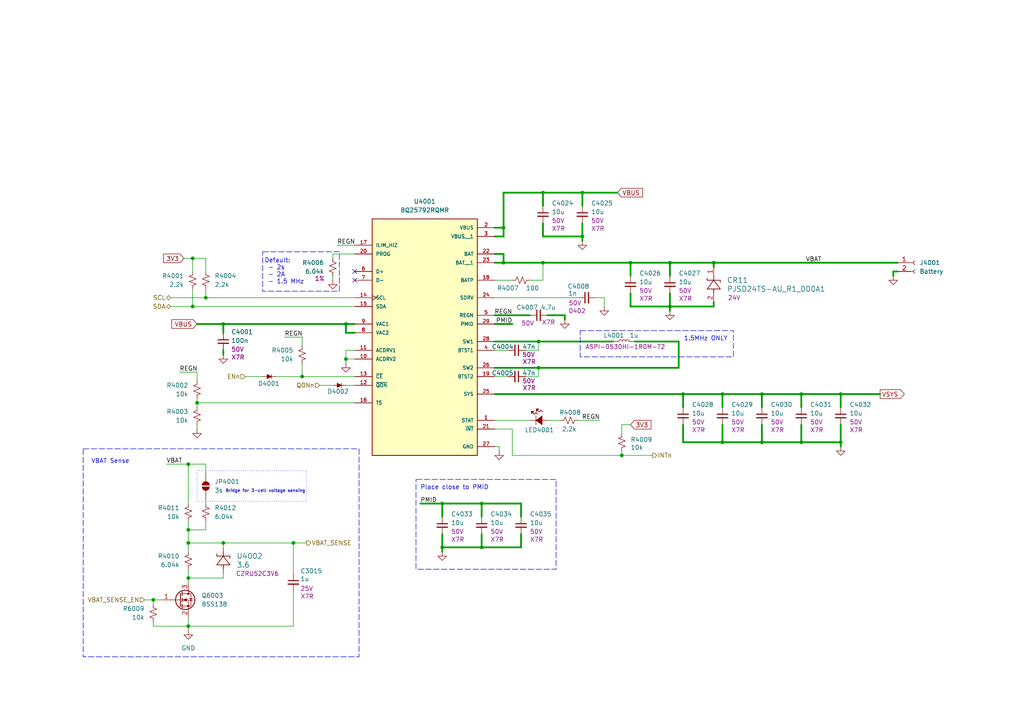
<source format=kicad_sch>
(kicad_sch (version 20250114) (generator "eeschema") (generator_version "9.0")
  (paper "A4")
  (lib_symbols
    (symbol "ASPI-0530HI-1R0M-T2:ASPI-0530HI-1R0M-T2" (pin_numbers (hide yes)) (pin_names (offset 1.016) (hide yes))
      (property "Reference" "L" (at 2.286 1.27 0))
      (property "Value" "ASPI-0530HI-1R0M-T2" (at -10.16 -5.08 0))
      (symbol "ASPI-0530HI-1R0M-T2_0_1"
        (polyline (pts (xy 1.27 0) (xy 1.6497 0)))
        (arc (start 1.6558 0.0222) (mid 2.1638 0.5302) (end 2.6718 0.0222))
        (arc (start 2.6718 0.0222) (mid 3.1798 0.5302) (end 3.6878 0.0222))
        (arc (start 3.6878 0.0222) (mid 4.1958 0.5302) (end 4.7038 0.0222))
        (polyline (pts (xy 4.7088 0) (xy 5.0885 0)))
      )
      (symbol "ASPI-0530HI-1R0M-T2_1_0"
        (pin passive line (at 0 0 0) (length 1.27) (name "~") (number "1"))
        (pin passive line (at 6.35 0 180) (length 1.27) (name "~") (number "2"))
      )
    )
    (symbol "B1911PG--20D000514U1930:B1911PG--20D000514U1930" (pin_numbers (hide yes)) (pin_names (offset 0.254) (hide yes))
      (property "Reference" "LED" (at 2.54 4.318 0))
      (property "Value" "B1911PG--20D000514U1930" (at 3.302 -3.048 0))
      (symbol "B1911PG--20D000514U1930_0_1"
        (polyline (pts (xy 1.27 0) (xy 3.81 0)))
        (polyline (pts (xy 1.524 0) (xy 1.524 -1.27) (xy 3.302 0) (xy 1.524 1.27) (xy 1.524 0)) (fill (type outline)))
        (polyline (pts (xy 2.768 3.2658) (xy 3.0998 2.9184)))
        (polyline (pts (xy 3.302 1.27) (xy 3.302 -1.27)))
        (polyline (pts (xy 4.1989 2.592) (xy 4.5307 2.2446)))
      )
      (symbol "B1911PG--20D000514U1930_1_1"
        (polyline (pts (xy 1.3631 2.4518) (xy 1.8658 2.9572)) (stroke (width 0.2032)))
        (polyline (pts (xy 1.8763 2.9495) (xy 2.3495 2.4765)) (stroke (width 0.2032)))
        (polyline (pts (xy 2.3533 2.4726) (xy 3.175 3.302)) (stroke (width 0.2032)))
        (polyline (pts (xy 2.54 3.302) (xy 3.175 2.667)) (stroke (width 0.2032)))
        (polyline (pts (xy 2.794 1.778) (xy 3.2967 2.2834)) (stroke (width 0.2032)))
        (polyline (pts (xy 3.175 3.302) (xy 2.54 3.302)) (stroke (width 0.2032)))
        (polyline (pts (xy 3.175 2.667) (xy 3.175 3.302)) (stroke (width 0.2032)))
        (polyline (pts (xy 3.3072 2.2757) (xy 3.7804 1.8027)) (stroke (width 0.2032)))
        (polyline (pts (xy 3.7842 1.7988) (xy 4.6059 2.6282)) (stroke (width 0.2032)))
        (polyline (pts (xy 3.9709 2.6282) (xy 4.6059 1.9932)) (stroke (width 0.2032)))
        (polyline (pts (xy 4.6059 2.6282) (xy 3.9709 2.6282)) (stroke (width 0.2032)))
        (polyline (pts (xy 4.6059 1.9932) (xy 4.6059 2.6282)) (stroke (width 0.2032)))
        (pin passive line (at 0 0 0) (length 1.27) (name "") (number "2"))
        (pin passive line (at 5.08 0 180) (length 1.27) (name "") (number "1"))
      )
      (symbol "B1911PG--20D000514U1930_1_2"
        (polyline (pts (xy -5.08 8.255) (xy -5.08 7.62)) (stroke (width 0.2032)))
        (polyline (pts (xy -5.08 7.62) (xy -4.445 8.255)) (stroke (width 0.2032)))
        (polyline (pts (xy -4.445 10.16) (xy -4.445 9.525)) (stroke (width 0.2032)))
        (polyline (pts (xy -4.445 9.525) (xy -3.81 10.16)) (stroke (width 0.2032)))
        (polyline (pts (xy -4.445 8.255) (xy -5.08 8.255)) (stroke (width 0.2032)))
        (polyline (pts (xy -4.445 6.35) (xy -3.81 6.985)) (stroke (width 0.2032)))
        (polyline (pts (xy -3.81 10.16) (xy -4.445 10.16)) (stroke (width 0.2032)))
        (polyline (pts (xy -3.81 8.255) (xy -3.175 8.89)) (stroke (width 0.2032)))
        (polyline (pts (xy -3.81 6.985) (xy -5.08 8.255)) (stroke (width 0.2032)))
        (polyline (pts (xy -3.175 8.89) (xy -4.445 10.16)) (stroke (width 0.2032)))
        (polyline (pts (xy -3.175 5.08) (xy -4.445 6.35)) (stroke (width 0.2032)))
        (polyline (pts (xy -2.54 6.985) (xy -3.81 8.255)) (stroke (width 0.2032)))
        (polyline (pts (xy -1.905 3.81) (xy 1.905 3.81)) (stroke (width 0.2032)))
        (polyline (pts (xy 0 6.35) (xy -1.905 3.81)) (stroke (width 0.2032)))
        (polyline (pts (xy 0 6.35) (xy 0 7.62)) (stroke (width 0.2032)))
        (polyline (pts (xy 0 3.175) (xy 0 3.81)) (stroke (width 0.2032)))
        (polyline (pts (xy 0 2.54) (xy 0 3.4798)) (stroke (width 0.2032)))
        (polyline (pts (xy 1.905 6.35) (xy -1.905 6.35)) (stroke (width 0.2032)))
        (polyline (pts (xy 1.905 3.81) (xy 0 6.35)) (stroke (width 0.2032)))
        (pin unspecified line (at 0 10.16 270) (length 2.54) (name "") (number "1"))
        (pin unspecified line (at 0 0 90) (length 2.54) (name "") (number "2"))
      )
    )
    (symbol "BQ25792RQMR:BQ25792RQMR" (pin_names (offset 1.016))
      (property "Reference" "U" (at -15.24 35.56 0))
      (property "Value" "BQ25792RQMR" (at -15.24 -38.1 0))
      (symbol "BQ25792RQMR_0_0"
        (rectangle (start -15.24 -35.56) (end 15.24 33.02) (stroke (width 0.254)) (fill (type background)))
        (pin input line (at -20.32 25.4 0) (length 5.08) (name "ILIM_HIZ") (number "17"))
        (pin input line (at -20.32 22.86 0) (length 5.08) (name "PROG") (number "20"))
        (pin bidirectional line (at -20.32 17.78 0) (length 5.08) (name "D+") (number "6"))
        (pin bidirectional line (at -20.32 15.24 0) (length 5.08) (name "D-") (number "7"))
        (pin input clock (at -20.32 10.16 0) (length 5.08) (name "SCL") (number "14"))
        (pin bidirectional line (at -20.32 7.62 0) (length 5.08) (name "SDA") (number "15"))
        (pin power_in line (at -20.32 2.54 0) (length 5.08) (name "VAC1") (number "9"))
        (pin power_in line (at -20.32 0 0) (length 5.08) (name "VAC2") (number "8"))
        (pin power_in line (at -20.32 -5.08 0) (length 5.08) (name "ACDRV1") (number "11"))
        (pin power_in line (at -20.32 -7.62 0) (length 5.08) (name "ACDRV2") (number "10"))
        (pin input line (at -20.32 -12.7 0) (length 5.08) (name "~{CE}") (number "13"))
        (pin input line (at -20.32 -15.24 0) (length 5.08) (name "~{QON}") (number "12"))
        (pin input line (at -20.32 -20.32 0) (length 5.08) (name "TS") (number "16"))
        (pin power_in line (at 20.32 30.48 180) (length 5.08) (name "VBUS") (number "2"))
        (pin power_in line (at 20.32 27.94 180) (length 5.08) (name "VBUS__1") (number "3"))
        (pin power_in line (at 20.32 22.86 180) (length 5.08) (name "BAT") (number "22"))
        (pin power_in line (at 20.32 20.32 180) (length 5.08) (name "BAT__1") (number "23"))
        (pin power_in line (at 20.32 15.24 180) (length 5.08) (name "BATP") (number "18"))
        (pin power_in line (at 20.32 10.16 180) (length 5.08) (name "SDRV") (number "24"))
        (pin power_in line (at 20.32 5.08 180) (length 5.08) (name "REGN") (number "5"))
        (pin power_in line (at 20.32 2.54 180) (length 5.08) (name "PMID") (number "29"))
        (pin power_in line (at 20.32 -2.54 180) (length 5.08) (name "SW1") (number "28"))
        (pin power_in line (at 20.32 -5.08 180) (length 5.08) (name "BTST1") (number "4"))
        (pin power_in line (at 20.32 -10.16 180) (length 5.08) (name "SW2") (number "26"))
        (pin power_in line (at 20.32 -12.7 180) (length 5.08) (name "BTST2") (number "19"))
        (pin power_in line (at 20.32 -17.78 180) (length 5.08) (name "SYS") (number "25"))
        (pin output line (at 20.32 -25.4 180) (length 5.08) (name "STAT") (number "1"))
        (pin output line (at 20.32 -27.94 180) (length 5.08) (name "~{INT}") (number "21"))
        (pin power_in line (at 20.32 -33.02 180) (length 5.08) (name "GND") (number "27"))
      )
    )
    (symbol "CUS10S30_H3F:CUS10S30_H3F" (pin_numbers (hide yes)) (pin_names (offset 0.254) (hide yes))
      (property "Reference" "D" (at 5.08 5.588 0))
      (property "Value" "CUS10S30_H3F" (at 5.334 3.302 0))
      (symbol "CUS10S30_H3F_1_1"
        (polyline (pts (xy 2.54 0.635) (xy 2.54 -0.635)))
        (polyline (pts (xy 2.54 0) (xy 1.27 0.635) (xy 1.27 -0.635) (xy 2.54 0)) (fill (type color) (color 132 0 0 1)))
        (pin unspecified line (at 0 0 0) (length 1.27) (name "") (number "2"))
        (pin unspecified line (at 3.81 0 180) (length 1.27) (name "") (number "1"))
      )
      (symbol "CUS10S30_H3F_1_2"
        (polyline (pts (xy -0.635 3.81) (xy 3.175 3.81)) (stroke (width 0.2032)))
        (polyline (pts (xy 1.27 6.35) (xy -0.635 3.81)) (stroke (width 0.2032)))
        (polyline (pts (xy 1.27 6.35) (xy 1.27 7.62)) (stroke (width 0.2032)))
        (polyline (pts (xy 1.27 3.175) (xy 1.27 3.81)) (stroke (width 0.2032)))
        (polyline (pts (xy 1.27 2.54) (xy 1.27 3.4798)) (stroke (width 0.2032)))
        (polyline (pts (xy 3.175 6.35) (xy -0.635 6.35)) (stroke (width 0.2032)))
        (polyline (pts (xy 3.175 3.81) (xy 1.27 6.35)) (stroke (width 0.2032)))
        (pin unspecified line (at 1.27 10.16 270) (length 2.54) (name "") (number "1"))
        (pin unspecified line (at 1.27 0 90) (length 2.54) (name "") (number "2"))
      )
    )
    (symbol "CZRU52C3V6:CZRU52C3V6" (pin_numbers (hide yes)) (pin_names (offset 0.254) (hide yes))
      (property "Reference" "U" (at 5.08 4.445 0))
      (property "Value" "CZRU52C3V6" (at 5.08 -3.81 0))
      (symbol "CZRU52C3V6_0_1"
        (polyline (pts (xy 1.27 0) (xy 2.2098 0)) (stroke (width 0.2032)))
        (polyline (pts (xy 1.905 0) (xy 2.54 0)) (stroke (width 0.2032)))
        (polyline (pts (xy 2.54 1.905) (xy 2.54 -1.905)) (stroke (width 0.2032)))
        (polyline (pts (xy 2.54 -1.905) (xy 5.08 0)) (stroke (width 0.2032)))
        (polyline (pts (xy 5.08 1.905) (xy 5.715 1.905)) (stroke (width 0.2032)))
        (polyline (pts (xy 5.08 0) (xy 2.54 1.905)) (stroke (width 0.2032)))
        (polyline (pts (xy 5.08 0) (xy 6.35 0)) (stroke (width 0.2032)))
        (polyline (pts (xy 5.08 -1.905) (xy 4.445 -1.905)) (stroke (width 0.2032)))
        (polyline (pts (xy 5.08 -1.905) (xy 5.08 1.905)) (stroke (width 0.2032)))
        (pin unspecified line (at 0 0 0) (length 1.27) (name "") (number "2"))
        (pin unspecified line (at 7.62 0 180) (length 1.27) (name "") (number "1"))
      )
    )
    (symbol "Connector:Conn_01x02_Socket" (pin_names (offset 1.016) (hide yes))
      (property "Reference" "J" (at 0 2.54 0))
      (property "Value" "Conn_01x02_Socket" (at 0 -5.08 0))
      (symbol "Conn_01x02_Socket_1_1"
        (polyline (pts (xy -1.27 0) (xy -0.508 0)) (stroke (width 0.1524)))
        (polyline (pts (xy -1.27 -2.54) (xy -0.508 -2.54)) (stroke (width 0.1524)))
        (arc (start 0 -0.508) (mid -0.5058 0) (end 0 0.508) (stroke (width 0.1524)))
        (arc (start 0 -3.048) (mid -0.5058 -2.54) (end 0 -2.032) (stroke (width 0.1524)))
        (pin passive line (at -5.08 0 0) (length 3.81) (name "Pin_1") (number "1"))
        (pin passive line (at -5.08 -2.54 0) (length 3.81) (name "Pin_2") (number "2"))
      )
    )
    (symbol "Device:C_Small" (pin_numbers (hide yes)) (pin_names (offset 0.254) (hide yes))
      (property "Reference" "C" (at 0.254 1.778 0))
      (property "Value" "C_Small" (at 0.254 -2.032 0))
      (symbol "C_Small_0_1"
        (polyline (pts (xy -1.524 0.508) (xy 1.524 0.508)) (stroke (width 0.3048)))
        (polyline (pts (xy -1.524 -0.508) (xy 1.524 -0.508)) (stroke (width 0.3302)))
      )
      (symbol "C_Small_1_1"
        (pin passive line (at 0 2.54 270) (length 2.032) (name "~") (number "1"))
        (pin passive line (at 0 -2.54 90) (length 2.032) (name "~") (number "2"))
      )
    )
    (symbol "Device:R_Small_US" (pin_numbers (hide yes)) (pin_names (offset 0.254) (hide yes))
      (property "Reference" "R" (at 0.762 0.508 0))
      (property "Value" "R_Small_US" (at 0.762 -1.016 0))
      (symbol "R_Small_US_1_1"
        (polyline (pts (xy 0 1.524) (xy 1.016 1.143) (xy 0 0.762) (xy -1.016 0.381) (xy 0 0)))
        (polyline (pts (xy 0 0) (xy 1.016 -0.381) (xy 0 -0.762) (xy -1.016 -1.143) (xy 0 -1.524)))
        (pin passive line (at 0 2.54 270) (length 1.016) (name "~") (number "1"))
        (pin passive line (at 0 -2.54 90) (length 1.016) (name "~") (number "2"))
      )
    )
    (symbol "Jumper:SolderJumper_2_Open" (pin_numbers (hide yes)) (pin_names (offset 0) (hide yes)) (in_bom no)
      (property "Reference" "JP" (at 0 2.032 0))
      (property "Value" "SolderJumper_2_Open" (at 0 -2.54 0))
      (symbol "SolderJumper_2_Open_0_1"
        (polyline (pts (xy -0.254 1.016) (xy -0.254 -1.016)))
        (arc (start -0.254 -1.016) (mid -1.2656 0) (end -0.254 1.016))
        (arc (start -0.254 -1.016) (mid -1.2656 0) (end -0.254 1.016) (fill (type outline)))
        (arc (start 0.254 1.016) (mid 1.2656 0) (end 0.254 -1.016))
        (arc (start 0.254 1.016) (mid 1.2656 0) (end 0.254 -1.016) (fill (type outline)))
        (polyline (pts (xy 0.254 1.016) (xy 0.254 -1.016)))
      )
      (symbol "SolderJumper_2_Open_1_1"
        (pin passive line (at -3.81 0 0) (length 2.54) (name "A") (number "1"))
        (pin passive line (at 3.81 0 180) (length 2.54) (name "B") (number "2"))
      )
    )
    (symbol "PJSD24TS-AU_R1_000A1:PJSD24TS-AU_R1_000A1" (pin_names (offset 0.254))
      (property "Reference" "CR" (at 5.08 4.445 0))
      (property "Value" "PJSD24TS-AU_R1_000A1" (at 5.08 -3.81 0))
      (symbol "PJSD24TS-AU_R1_000A1_0_1"
        (polyline (pts (xy 2.54 0) (xy 3.4798 0)) (stroke (width 0.2032)))
        (polyline (pts (xy 3.175 0) (xy 3.81 0)) (stroke (width 0.2032)))
        (polyline (pts (xy 3.81 1.905) (xy 3.81 -1.905)) (stroke (width 0.2032)))
        (polyline (pts (xy 3.81 -1.905) (xy 6.35 0)) (stroke (width 0.2032)))
        (polyline (pts (xy 6.35 1.905) (xy 6.985 1.905)) (stroke (width 0.2032)))
        (polyline (pts (xy 6.35 0) (xy 3.81 1.905)) (stroke (width 0.2032)))
        (polyline (pts (xy 6.35 0) (xy 7.62 0)) (stroke (width 0.2032)))
        (polyline (pts (xy 6.35 -1.905) (xy 5.715 -1.905)) (stroke (width 0.2032)))
        (polyline (pts (xy 6.35 -1.905) (xy 6.35 1.905)) (stroke (width 0.2032)))
        (pin unspecified line (at 0 0 0) (length 2.54) (name "") (number "2"))
        (pin unspecified line (at 10.16 0 180) (length 2.54) (name "") (number "1"))
      )
    )
    (symbol "Transistor_FET:BSS138" (pin_names (hide yes))
      (property "Reference" "Q" (at 5.08 1.905 0))
      (property "Value" "BSS138" (at 5.08 0 0))
      (symbol "BSS138_0_1"
        (polyline (pts (xy 0.254 1.905) (xy 0.254 -1.905)) (stroke (width 0.254)))
        (polyline (pts (xy 0.254 0) (xy -2.54 0)))
        (polyline (pts (xy 0.762 2.286) (xy 0.762 1.27)) (stroke (width 0.254)))
        (polyline (pts (xy 0.762 0.508) (xy 0.762 -0.508)) (stroke (width 0.254)))
        (polyline (pts (xy 0.762 -1.27) (xy 0.762 -2.286)) (stroke (width 0.254)))
        (polyline (pts (xy 0.762 -1.778) (xy 3.302 -1.778) (xy 3.302 1.778) (xy 0.762 1.778)))
        (polyline (pts (xy 1.016 0) (xy 2.032 0.381) (xy 2.032 -0.381) (xy 1.016 0)) (fill (type outline)))
        (circle (center 1.651 0) (radius 2.794) (stroke (width 0.254)))
        (polyline (pts (xy 2.54 2.54) (xy 2.54 1.778)))
        (circle (center 2.54 1.778) (radius 0.254) (fill (type outline)))
        (circle (center 2.54 -1.778) (radius 0.254) (fill (type outline)))
        (polyline (pts (xy 2.54 -2.54) (xy 2.54 0) (xy 0.762 0)))
        (polyline (pts (xy 2.794 0.508) (xy 2.921 0.381) (xy 3.683 0.381) (xy 3.81 0.254)))
        (polyline (pts (xy 3.302 0.381) (xy 2.921 -0.254) (xy 3.683 -0.254) (xy 3.302 0.381)))
      )
      (symbol "BSS138_1_1"
        (pin input line (at -5.08 0 0) (length 2.54) (name "G") (number "1"))
        (pin passive line (at 2.54 5.08 270) (length 2.54) (name "D") (number "3"))
        (pin passive line (at 2.54 -5.08 90) (length 2.54) (name "S") (number "2"))
      )
    )
    (symbol "power:GND" (power) (pin_numbers (hide yes)) (pin_names (offset 0) (hide yes))
      (property "Value" "GND" (at 0 -3.81 0))
      (symbol "GND_0_1"
        (polyline (pts (xy 0 0) (xy 0 -1.27) (xy 1.27 -1.27) (xy 0 -2.54) (xy -1.27 -1.27) (xy 0 -1.27)))
      )
      (symbol "GND_1_1"
        (pin power_in line (at 0 0 270) (length 0) (name "~") (number "1"))
      )
    )
  )
  (rectangle (start 120.65 139.065) (end 161.29 165.1) (stroke (width 0) (type dash)))
  (rectangle (start 168.275 95.885) (end 212.725 103.505) (stroke (width 0) (type dash)))
  (rectangle (start 76.2 73.025) (end 98.425 84.455) (stroke (width 0) (type dash)))
  (rectangle (start 57.15 136.525) (end 88.9 145.415) (stroke (width 0) (type dot)))
  (rectangle (start 24.13 130.175) (end 104.14 190.5) (stroke (width 0) (type dash)))
  (text "1.5MHz ONLY" (at 204.724 98.298 0) (effects (font (size 1.27 1.27))))
  (text "Default:\n - 2s\n - 2A\n - 1.5 MHz" (at 76.708 78.74 0) (effects (font (size 1.27 1.27)) (justify left)))
  (text "Place close to PMID" (at 131.826 141.478 0) (effects (font (size 1.27 1.27))))
  (text "VBAT Sense" (at 32.004 133.858 0) (effects (font (size 1.27 1.27))))
  (text "Bridge for 3-cell voltage sensing" (at 76.962 142.494 0) (effects (font (size 0.889 0.889))))
  (junction (at 146.05 66.04))
  (junction (at 168.91 68.58))
  (junction (at 156.21 99.06))
  (junction (at 232.41 128.27))
  (junction (at 54.61 134.62))
  (junction (at 157.48 55.88))
  (junction (at 44.45 173.99))
  (junction (at 243.84 114.3))
  (junction (at 156.21 106.68))
  (junction (at 128.27 158.75))
  (junction (at 139.7 158.75))
  (junction (at 220.98 128.27))
  (junction (at 85.09 157.48))
  (junction (at 182.88 76.2))
  (junction (at 100.33 93.98))
  (junction (at 55.88 74.93))
  (junction (at 55.88 88.9))
  (junction (at 209.55 114.3))
  (junction (at 54.61 157.48))
  (junction (at 64.77 157.48))
  (junction (at 168.91 55.88))
  (junction (at 232.41 114.3))
  (junction (at 128.27 146.05))
  (junction (at 209.55 128.27))
  (junction (at 198.12 114.3))
  (junction (at 157.48 76.2))
  (junction (at 54.61 181.61))
  (junction (at 57.15 116.84))
  (junction (at 100.33 104.14))
  (junction (at 54.61 167.64))
  (junction (at 194.31 76.2))
  (junction (at 146.05 76.2))
  (junction (at 59.69 86.36))
  (junction (at 194.31 88.9))
  (junction (at 243.84 128.27))
  (junction (at 139.7 146.05))
  (junction (at 87.63 109.22))
  (junction (at 207.01 76.2))
  (junction (at 220.98 114.3))
  (junction (at 180.34 132.08))
  (junction (at 54.61 153.67))
  (junction (at 64.77 93.98))
  (no_connect (at 102.87 78.74))
  (no_connect (at 102.87 81.28))
  (wire (pts (xy 54.61 157.48) (xy 64.77 157.48)))
  (wire (pts (xy 44.45 181.61) (xy 44.45 180.34)))
  (wire (pts (xy 182.88 123.19) (xy 180.34 123.19)))
  (wire (pts (xy 59.69 74.93) (xy 55.88 74.93)))
  (wire (pts (xy 182.88 76.2) (xy 194.31 76.2)) (stroke (width 0.508)))
  (wire (pts (xy 54.61 134.62) (xy 59.69 134.62)))
  (wire (pts (xy 143.51 101.6) (xy 147.32 101.6)))
  (wire (pts (xy 152.4 101.6) (xy 156.21 101.6)))
  (wire (pts (xy 54.61 153.67) (xy 54.61 157.48)))
  (wire (pts (xy 146.05 55.88) (xy 146.05 66.04)) (stroke (width 0.508)))
  (wire (pts (xy 54.61 146.05) (xy 54.61 134.62)))
  (wire (pts (xy 148.59 132.08) (xy 148.59 124.46)))
  (wire (pts (xy 54.61 167.64) (xy 54.61 168.91)))
  (wire (pts (xy 172.72 86.36) (xy 175.26 86.36)))
  (wire (pts (xy 54.61 167.64) (xy 64.77 167.64)))
  (wire (pts (xy 100.33 93.98) (xy 100.33 96.52)) (stroke (width 0.508)))
  (wire (pts (xy 57.15 116.84) (xy 102.87 116.84)))
  (wire (pts (xy 49.53 86.36) (xy 59.69 86.36)))
  (wire (pts (xy 121.92 146.05) (xy 128.27 146.05)) (stroke (width 0.508)))
  (wire (pts (xy 54.61 165.1) (xy 54.61 167.64)))
  (wire (pts (xy 100.33 104.14) (xy 102.87 104.14)))
  (wire (pts (xy 54.61 151.13) (xy 54.61 153.67)))
  (wire (pts (xy 144.78 130.81) (xy 144.78 129.54)))
  (wire (pts (xy 148.59 93.98) (xy 143.51 93.98)) (stroke (width 0.508)))
  (wire (pts (xy 143.51 86.36) (xy 167.64 86.36)))
  (wire (pts (xy 64.77 101.6) (xy 64.77 102.87)) (stroke (width 0.508)))
  (wire (pts (xy 157.48 76.2) (xy 182.88 76.2)) (stroke (width 0.508)))
  (wire (pts (xy 243.84 123.19) (xy 243.84 128.27)) (stroke (width 0.508)))
  (wire (pts (xy 100.33 104.14) (xy 100.33 105.41)))
  (wire (pts (xy 152.4 109.22) (xy 156.21 109.22)))
  (wire (pts (xy 53.34 74.93) (xy 55.88 74.93)))
  (wire (pts (xy 59.69 153.67) (xy 54.61 153.67)))
  (wire (pts (xy 85.09 181.61) (xy 54.61 181.61)))
  (wire (pts (xy 102.87 73.66) (xy 96.52 73.66)))
  (wire (pts (xy 168.91 64.77) (xy 168.91 68.58)) (stroke (width 0.508)))
  (wire (pts (xy 100.33 111.76) (xy 102.87 111.76)))
  (wire (pts (xy 163.83 91.44) (xy 163.83 92.71)) (stroke (width 0.508)))
  (wire (pts (xy 207.01 76.2) (xy 260.35 76.2)) (stroke (width 0.508)))
  (wire (pts (xy 232.41 114.3) (xy 243.84 114.3)) (stroke (width 0.508)))
  (wire (pts (xy 220.98 128.27) (xy 209.55 128.27)) (stroke (width 0.508)))
  (wire (pts (xy 59.69 144.78) (xy 59.69 146.05)))
  (wire (pts (xy 143.51 109.22) (xy 147.32 109.22)))
  (wire (pts (xy 148.59 132.08) (xy 180.34 132.08)))
  (wire (pts (xy 59.69 78.74) (xy 59.69 74.93)))
  (wire (pts (xy 55.88 83.82) (xy 55.88 88.9)))
  (wire (pts (xy 148.59 124.46) (xy 143.51 124.46)))
  (wire (pts (xy 57.15 115.57) (xy 57.15 116.84)))
  (wire (pts (xy 198.12 114.3) (xy 209.55 114.3)) (stroke (width 0.508)))
  (wire (pts (xy 55.88 88.9) (xy 102.87 88.9)))
  (wire (pts (xy 59.69 86.36) (xy 102.87 86.36)))
  (wire (pts (xy 102.87 101.6) (xy 100.33 101.6)))
  (wire (pts (xy 167.64 121.92) (xy 173.99 121.92)))
  (wire (pts (xy 55.88 74.93) (xy 55.88 78.74)))
  (wire (pts (xy 41.91 173.99) (xy 44.45 173.99)))
  (wire (pts (xy 57.15 93.98) (xy 64.77 93.98)) (stroke (width 0.508)))
  (wire (pts (xy 143.51 114.3) (xy 198.12 114.3)) (stroke (width 0.508)))
  (wire (pts (xy 207.01 76.2) (xy 207.01 77.47)) (stroke (width 0.508)))
  (wire (pts (xy 96.52 73.66) (xy 96.52 74.93)))
  (wire (pts (xy 146.05 76.2) (xy 157.48 76.2)) (stroke (width 0.508)))
  (wire (pts (xy 97.79 71.12) (xy 102.87 71.12)))
  (wire (pts (xy 151.13 158.75) (xy 139.7 158.75)) (stroke (width 0.508)))
  (wire (pts (xy 156.21 106.68) (xy 196.85 106.68)) (stroke (width 0.508)))
  (wire (pts (xy 64.77 157.48) (xy 64.77 158.75)))
  (wire (pts (xy 54.61 157.48) (xy 54.61 160.02)))
  (wire (pts (xy 194.31 76.2) (xy 207.01 76.2)) (stroke (width 0.508)))
  (wire (pts (xy 139.7 146.05) (xy 139.7 149.86)) (stroke (width 0.508)))
  (wire (pts (xy 180.34 132.08) (xy 189.23 132.08)))
  (wire (pts (xy 168.91 68.58) (xy 168.91 69.85)) (stroke (width 0.508)))
  (wire (pts (xy 243.84 114.3) (xy 255.27 114.3)) (stroke (width 0.508)))
  (wire (pts (xy 82.55 97.79) (xy 87.63 97.79)))
  (wire (pts (xy 143.51 99.06) (xy 156.21 99.06)) (stroke (width 0.508)))
  (wire (pts (xy 143.51 106.68) (xy 156.21 106.68)) (stroke (width 0.508)))
  (wire (pts (xy 52.07 107.95) (xy 57.15 107.95)))
  (wire (pts (xy 243.84 114.3) (xy 243.84 118.11)) (stroke (width 0.508)))
  (wire (pts (xy 96.52 80.01) (xy 96.52 81.28)))
  (wire (pts (xy 54.61 181.61) (xy 44.45 181.61)))
  (wire (pts (xy 139.7 154.94) (xy 139.7 158.75)) (stroke (width 0.508)))
  (wire (pts (xy 168.91 55.88) (xy 179.07 55.88)) (stroke (width 0.508)))
  (wire (pts (xy 64.77 93.98) (xy 64.77 96.52)) (stroke (width 0.508)))
  (wire (pts (xy 57.15 123.19) (xy 57.15 124.46)))
  (wire (pts (xy 194.31 88.9) (xy 182.88 88.9)) (stroke (width 0.508)))
  (wire (pts (xy 232.41 114.3) (xy 232.41 118.11)) (stroke (width 0.508)))
  (wire (pts (xy 209.55 128.27) (xy 198.12 128.27)) (stroke (width 0.508)))
  (wire (pts (xy 198.12 123.19) (xy 198.12 128.27)) (stroke (width 0.508)))
  (wire (pts (xy 143.51 66.04) (xy 146.05 66.04)) (stroke (width 0.508)))
  (wire (pts (xy 100.33 96.52) (xy 102.87 96.52)) (stroke (width 0.508)))
  (wire (pts (xy 157.48 64.77) (xy 157.48 68.58)) (stroke (width 0.508)))
  (wire (pts (xy 232.41 123.19) (xy 232.41 128.27)) (stroke (width 0.508)))
  (wire (pts (xy 243.84 128.27) (xy 232.41 128.27)) (stroke (width 0.508)))
  (wire (pts (xy 64.77 157.48) (xy 85.09 157.48)))
  (wire (pts (xy 144.78 129.54) (xy 143.51 129.54)))
  (wire (pts (xy 146.05 73.66) (xy 143.51 73.66)) (stroke (width 0.508)))
  (wire (pts (xy 151.13 146.05) (xy 151.13 149.86)) (stroke (width 0.508)))
  (wire (pts (xy 209.55 123.19) (xy 209.55 128.27)) (stroke (width 0.508)))
  (wire (pts (xy 54.61 181.61) (xy 54.61 182.88)))
  (wire (pts (xy 71.12 109.22) (xy 76.2 109.22)))
  (wire (pts (xy 198.12 114.3) (xy 198.12 118.11)) (stroke (width 0.508)))
  (wire (pts (xy 209.55 114.3) (xy 220.98 114.3)) (stroke (width 0.508)))
  (wire (pts (xy 128.27 154.94) (xy 128.27 158.75)) (stroke (width 0.508)))
  (wire (pts (xy 100.33 93.98) (xy 102.87 93.98)) (stroke (width 0.508)))
  (wire (pts (xy 209.55 114.3) (xy 209.55 118.11)) (stroke (width 0.508)))
  (wire (pts (xy 59.69 83.82) (xy 59.69 86.36)))
  (wire (pts (xy 49.53 88.9) (xy 55.88 88.9)))
  (wire (pts (xy 87.63 97.79) (xy 87.63 100.33)))
  (wire (pts (xy 143.51 81.28) (xy 148.59 81.28)))
  (wire (pts (xy 156.21 99.06) (xy 177.8 99.06)) (stroke (width 0.508)))
  (wire (pts (xy 59.69 137.16) (xy 59.69 134.62)))
  (wire (pts (xy 168.91 68.58) (xy 157.48 68.58)) (stroke (width 0.508)))
  (wire (pts (xy 87.63 109.22) (xy 102.87 109.22)))
  (wire (pts (xy 100.33 101.6) (xy 100.33 104.14)))
  (wire (pts (xy 196.85 99.06) (xy 184.15 99.06)) (stroke (width 0.508)))
  (wire (pts (xy 85.09 157.48) (xy 85.09 166.37)))
  (wire (pts (xy 180.34 132.08) (xy 180.34 130.81)))
  (wire (pts (xy 220.98 114.3) (xy 232.41 114.3)) (stroke (width 0.508)))
  (wire (pts (xy 139.7 146.05) (xy 151.13 146.05)) (stroke (width 0.508)))
  (wire (pts (xy 158.75 91.44) (xy 163.83 91.44)) (stroke (width 0.508)))
  (wire (pts (xy 92.71 111.76) (xy 96.52 111.76)))
  (wire (pts (xy 168.91 55.88) (xy 168.91 59.69)) (stroke (width 0.508)))
  (wire (pts (xy 128.27 146.05) (xy 139.7 146.05)) (stroke (width 0.508)))
  (wire (pts (xy 64.77 93.98) (xy 100.33 93.98)) (stroke (width 0.508)))
  (wire (pts (xy 87.63 105.41) (xy 87.63 109.22)))
  (wire (pts (xy 157.48 55.88) (xy 157.48 59.69)) (stroke (width 0.508)))
  (wire (pts (xy 194.31 88.9) (xy 207.01 88.9)) (stroke (width 0.508)))
  (wire (pts (xy 194.31 76.2) (xy 194.31 80.01)) (stroke (width 0.508)))
  (wire (pts (xy 128.27 146.05) (xy 128.27 149.86)) (stroke (width 0.508)))
  (wire (pts (xy 194.31 85.09) (xy 194.31 88.9)) (stroke (width 0.508)))
  (wire (pts (xy 220.98 114.3) (xy 220.98 118.11)) (stroke (width 0.508)))
  (wire (pts (xy 80.01 109.22) (xy 87.63 109.22)))
  (wire (pts (xy 151.13 154.94) (xy 151.13 158.75)) (stroke (width 0.508)))
  (wire (pts (xy 143.51 121.92) (xy 153.67 121.92)))
  (wire (pts (xy 85.09 171.45) (xy 85.09 181.61)))
  (wire (pts (xy 158.75 121.92) (xy 162.56 121.92)))
  (wire (pts (xy 128.27 158.75) (xy 128.27 160.02)) (stroke (width 0.508)))
  (wire (pts (xy 146.05 76.2) (xy 146.05 73.66)) (stroke (width 0.508)))
  (wire (pts (xy 232.41 128.27) (xy 220.98 128.27)) (stroke (width 0.508)))
  (wire (pts (xy 153.67 81.28) (xy 157.48 81.28)))
  (wire (pts (xy 259.08 78.74) (xy 260.35 78.74)) (stroke (width 0.508)))
  (wire (pts (xy 143.51 91.44) (xy 153.67 91.44)) (stroke (width 0.508)))
  (wire (pts (xy 156.21 109.22) (xy 156.21 106.68)))
  (wire (pts (xy 146.05 66.04) (xy 146.05 68.58)) (stroke (width 0.508)))
  (wire (pts (xy 44.45 175.26) (xy 44.45 173.99)))
  (wire (pts (xy 156.21 101.6) (xy 156.21 99.06)))
  (wire (pts (xy 143.51 76.2) (xy 146.05 76.2)) (stroke (width 0.508)))
  (wire (pts (xy 196.85 106.68) (xy 196.85 99.06)) (stroke (width 0.508)))
  (wire (pts (xy 54.61 179.07) (xy 54.61 181.61)))
  (wire (pts (xy 259.08 80.01) (xy 259.08 78.74)) (stroke (width 0.508)))
  (wire (pts (xy 157.48 81.28) (xy 157.48 76.2)))
  (wire (pts (xy 146.05 55.88) (xy 157.48 55.88)) (stroke (width 0.508)))
  (wire (pts (xy 182.88 76.2) (xy 182.88 80.01)) (stroke (width 0.508)))
  (wire (pts (xy 59.69 151.13) (xy 59.69 153.67)))
  (wire (pts (xy 44.45 173.99) (xy 46.99 173.99)))
  (wire (pts (xy 220.98 123.19) (xy 220.98 128.27)) (stroke (width 0.508)))
  (wire (pts (xy 139.7 158.75) (xy 128.27 158.75)) (stroke (width 0.508)))
  (wire (pts (xy 243.84 128.27) (xy 243.84 129.54)) (stroke (width 0.508)))
  (wire (pts (xy 64.77 166.37) (xy 64.77 167.64)))
  (wire (pts (xy 143.51 68.58) (xy 146.05 68.58)) (stroke (width 0.508)))
  (wire (pts (xy 207.01 88.9) (xy 207.01 87.63)) (stroke (width 0.508)))
  (wire (pts (xy 182.88 85.09) (xy 182.88 88.9)) (stroke (width 0.508)))
  (wire (pts (xy 57.15 116.84) (xy 57.15 118.11)))
  (wire (pts (xy 85.09 157.48) (xy 88.9 157.48)))
  (wire (pts (xy 194.31 88.9) (xy 194.31 90.17)) (stroke (width 0.508)))
  (wire (pts (xy 57.15 107.95) (xy 57.15 110.49)))
  (wire (pts (xy 175.26 86.36) (xy 175.26 88.9)))
  (wire (pts (xy 48.26 134.62) (xy 54.61 134.62)))
  (wire (pts (xy 157.48 55.88) (xy 168.91 55.88)) (stroke (width 0.508)))
  (wire (pts (xy 180.34 123.19) (xy 180.34 125.73)))
  (label "VBAT" (at 233.68 76.2 0))
  (label "REGN" (at 97.79 71.12 0))
  (label "REGN" (at 148.59 91.44 180))
  (label "PMID" (at 121.92 146.05 0))
  (label "REGN" (at 173.99 121.92 180))
  (label "VBAT" (at 48.26 134.62 0))
  (label "PMID" (at 148.59 93.98 180))
  (label "REGN" (at 52.07 107.95 0))
  (label "REGN" (at 82.55 97.79 0))
  (global_label "3V3" (shape input) (at 53.34 74.93 180) (property "Intersheetrefs" "${INTERSHEET_REFS}" (effects (hide yes))))
  (global_label "VBUS" (shape input) (at 57.15 93.98 180) (property "Intersheetrefs" "${INTERSHEET_REFS}" (effects (hide yes))))
  (global_label "3V3" (shape input) (at 182.88 123.19 0) (property "Intersheetrefs" "${INTERSHEET_REFS}" (effects (hide yes))))
  (global_label "VBUS" (shape input) (at 179.07 55.88 0) (property "Intersheetrefs" "${INTERSHEET_REFS}" (effects (hide yes))))
  (global_label "VSYS" (shape output) (at 255.27 114.3 0) (property "Intersheetrefs" "${INTERSHEET_REFS}" (effects (hide yes))))
  (hierarchical_label "ENn" (shape input) (at 71.12 109.22 180))
  (hierarchical_label "VBAT_SENSE" (shape output) (at 88.9 157.48 0))
  (hierarchical_label "QONn" (shape input) (at 92.71 111.76 180))
  (hierarchical_label "INTn" (shape output) (at 189.23 132.08 0))
  (hierarchical_label "SDA" (shape bidirectional) (at 49.53 88.9 180))
  (hierarchical_label "VBAT_SENSE_EN" (shape input) (at 41.91 173.99 180))
  (hierarchical_label "SCL" (shape bidirectional) (at 49.53 86.36 180))
  (symbol (lib_id "Device:C_Small") (at 168.91 62.23 0) (unit 1)
    (property "Reference" "C4025" (at 171.45 58.928 0) (effects (justify left)))
    (property "Value" "10u" (at 171.45 61.468 0) (effects (justify left)))
    (property "Description" "Unpolarized capacitor, small symbol" (effects (hide yes)))
    (property "TCC" "X7R" (at 171.45 66.294 0) (effects (justify left)))
    (property "Voltage" "50V" (at 171.45 64.008 0) (effects (justify left)))
  )
  (symbol (lib_id "power:GND") (at 54.61 182.88 0) (mirror y) (unit 1)
    (property "Reference" "#PWR06007" (effects (hide yes)))
    (property "Value" "GND" (at 54.61 187.96 0))
    (property "Description" "Power symbol creates a global label with name \"GND\" , ground" (effects (hide yes)))
  )
  (symbol (lib_id "Device:R_Small_US") (at 59.69 81.28 180) (unit 1)
    (property "Reference" "R4004" (at 62.23 80.0099 0) (effects (justify right)))
    (property "Value" "2.2k" (at 62.23 82.5499 0) (effects (justify right)))
    (property "Description" "Resistor, small US symbol" (effects (hide yes)))
  )
  (symbol (lib_id "CUS10S30_H3F:CUS10S30_H3F") (at 76.2 109.22 0) (unit 1)
    (property "Reference" "D4001" (at 77.978 111.252 0))
    (property "Value" "CUS10S30_H3F" (effects (hide yes)))
    (property "Footprint" "USC_TOS" (effects (hide yes)))
    (property "Datasheet" "CUS10S30_H3F" (effects (hide yes)))
  )
  (symbol (lib_id "power:GND") (at 163.83 92.71 0) (unit 1)
    (property "Reference" "#PWR04008" (effects (hide yes)))
    (property "Value" "GND" (effects (hide yes)))
    (property "Description" "Power symbol creates a global label with name \"GND\" , ground" (effects (hide yes)))
  )
  (symbol (lib_id "Device:R_Small_US") (at 54.61 162.56 0) (mirror y) (unit 1)
    (property "Reference" "R4010" (at 52.07 161.2899 0) (effects (justify left)))
    (property "Value" "6.04k" (at 52.07 163.8299 0) (effects (justify left)))
    (property "Description" "Resistor, small US symbol" (effects (hide yes)))
  )
  (symbol (lib_id "Jumper:SolderJumper_2_Open") (at 59.69 140.97 90) (unit 1) (in_bom no)
    (property "Reference" "JP4001" (at 62.23 139.6999 90) (effects (justify right)))
    (property "Value" "3s" (at 62.23 142.2399 90) (effects (justify right)))
    (property "Description" "Solder Jumper, 2-pole, open" (effects (hide yes)))
  )
  (symbol (lib_id "Device:R_Small_US") (at 151.13 81.28 90) (unit 1)
    (property "Reference" "R4007" (at 147.32 83.566 90))
    (property "Value" "100" (at 154.432 83.566 90))
    (property "Description" "Resistor, small US symbol" (effects (hide yes)))
  )
  (symbol (lib_id "Device:C_Small") (at 85.09 168.91 0) (unit 1)
    (property "Reference" "C3015" (at 87.122 165.608 0) (effects (justify left)))
    (property "Value" "1u" (at 87.122 167.894 0) (effects (justify left)))
    (property "Description" "Unpolarized capacitor, small symbol" (effects (hide yes)))
    (property "TCC" "X7R" (at 87.122 172.974 0) (effects (justify left)))
    (property "Voltage" "25V" (at 87.122 170.688 0) (effects (justify left)))
  )
  (symbol (lib_id "Device:R_Small_US") (at 165.1 121.92 90) (unit 1)
    (property "Reference" "R4008" (at 165.354 119.634 90))
    (property "Value" "2.2k" (at 165.1 124.46 90))
    (property "Description" "Resistor, small US symbol" (effects (hide yes)))
  )
  (symbol (lib_id "Device:C_Small") (at 151.13 152.4 0) (unit 1)
    (property "Reference" "C4035" (at 153.67 149.098 0) (effects (justify left)))
    (property "Value" "10u" (at 153.67 151.638 0) (effects (justify left)))
    (property "Description" "Unpolarized capacitor, small symbol" (effects (hide yes)))
    (property "TCC" "X7R" (at 153.67 156.464 0) (effects (justify left)))
    (property "Voltage" "50V" (at 153.67 154.178 0) (effects (justify left)))
  )
  (symbol (lib_id "Device:C_Small") (at 243.84 120.65 0) (unit 1)
    (property "Reference" "C4032" (at 246.38 117.348 0) (effects (justify left)))
    (property "Value" "10u" (at 246.38 119.888 0) (effects (justify left)))
    (property "Description" "Unpolarized capacitor, small symbol" (effects (hide yes)))
    (property "TCC" "X7R" (at 246.38 124.714 0) (effects (justify left)))
    (property "Voltage" "50V" (at 246.38 122.428 0) (effects (justify left)))
  )
  (symbol (lib_id "Device:C_Small") (at 232.41 120.65 0) (unit 1)
    (property "Reference" "C4031" (at 234.95 117.348 0) (effects (justify left)))
    (property "Value" "10u" (at 234.95 119.888 0) (effects (justify left)))
    (property "Description" "Unpolarized capacitor, small symbol" (effects (hide yes)))
    (property "TCC" "X7R" (at 234.95 124.714 0) (effects (justify left)))
    (property "Voltage" "50V" (at 234.95 122.428 0) (effects (justify left)))
  )
  (symbol (lib_id "Device:C_Small") (at 156.21 91.44 90) (unit 1)
    (property "Reference" "C4007" (at 152.908 89.154 90))
    (property "Value" "4.7u" (at 159.004 89.154 90))
    (property "Description" "Unpolarized capacitor, small symbol" (effects (hide yes)))
    (property "TCC" "X7R" (at 161.036 93.472 90) (effects (justify left)))
    (property "Voltage" "50V" (at 154.94 93.726 90) (effects (justify left)))
  )
  (symbol (lib_id "Device:R_Small_US") (at 87.63 102.87 0) (mirror y) (unit 1)
    (property "Reference" "R4005" (at 85.09 101.5999 0) (effects (justify left)))
    (property "Value" "10k" (at 85.09 104.1399 0) (effects (justify left)))
    (property "Description" "Resistor, small US symbol" (effects (hide yes)))
  )
  (symbol (lib_id "power:GND") (at 96.52 81.28 0) (unit 1)
    (property "Reference" "#PWR04003" (effects (hide yes)))
    (property "Value" "GND" (effects (hide yes)))
    (property "Description" "Power symbol creates a global label with name \"GND\" , ground" (effects (hide yes)))
  )
  (symbol (lib_id "BQ25792RQMR:BQ25792RQMR") (at 123.19 96.52 0) (unit 1)
    (property "Reference" "U4001" (at 123.19 58.42 0))
    (property "Value" "BQ25792RQMR" (at 123.19 60.96 0))
    (property "Footprint" "BQ25792RQMR:QFN40P400X400X100-29N" (effects (hide yes)))
    (property "PARTREV" "11/2019" (effects (hide yes)))
    (property "STANDARD" "Manufacturer Recommendations" (effects (hide yes)))
    (property "MAXIMUM_PACKAGE_HEIGHT" "1 mm" (effects (hide yes)))
    (property "MANUFACTURER" "Texas Instruments" (effects (hide yes)))
  )
  (symbol (lib_id "power:GND") (at 243.84 129.54 0) (unit 1)
    (property "Reference" "#PWR04012" (effects (hide yes)))
    (property "Value" "GND" (effects (hide yes)))
    (property "Description" "Power symbol creates a global label with name \"GND\" , ground" (effects (hide yes)))
  )
  (symbol (lib_id "ASPI-0530HI-1R0M-T2:ASPI-0530HI-1R0M-T2") (at 177.8 99.06 0) (unit 1)
    (property "Reference" "L4001" (at 178.054 97.282 0))
    (property "Value" "1u" (at 183.896 97.282 0))
    (property "Footprint" "ASPI-0530HI-1R0M-T2:IND_ASPI-0530HI-1R0M-T2" (effects (hide yes)))
    (property "PARTREV" "B" (effects (hide yes)))
    (property "MANUFACTURER" "Abracon" (effects (hide yes)))
    (property "MAXIMUM_PACKAGE_HEIGHT" "3.0 mm" (effects (hide yes)))
    (property "STANDARD" "Manufacturer Recommendations" (effects (hide yes)))
    (property "MPN" "ASPI-0530HI-1R0M-T2" (at 181.356 100.584 0))
  )
  (symbol (lib_id "Device:R_Small_US") (at 54.61 148.59 0) (mirror y) (unit 1)
    (property "Reference" "R4011" (at 52.07 147.3199 0) (effects (justify left)))
    (property "Value" "10k" (at 52.07 149.8599 0) (effects (justify left)))
    (property "Description" "Resistor, small US symbol" (effects (hide yes)))
  )
  (symbol (lib_id "Device:C_Small") (at 170.18 86.36 90) (unit 1)
    (property "Reference" "C4008" (at 170.942 83.058 90) (effects (justify left)))
    (property "Value" "1n" (at 167.386 85.09 90) (effects (justify left)))
    (property "Description" "Unpolarized capacitor, small symbol" (effects (hide yes)))
    (property "Voltage" "50V" (at 168.656 87.884 90) (effects (justify left)))
    (property "Package" "0402" (at 169.926 90.17 90) (effects (justify left)))
  )
  (symbol (lib_id "B1911PG--20D000514U1930:B1911PG--20D000514U1930") (at 158.75 121.92 0) (mirror y) (unit 1)
    (property "Reference" "LED4001" (at 156.464 124.714 0))
    (property "Value" "B1911PG--20D000514U1930" (effects (hide yes)))
    (property "Footprint" "LED_B1911PG--20D000514U1930_HVK" (effects (hide yes)))
    (property "Datasheet" "B1911PG--20D000514U1930" (effects (hide yes)))
  )
  (symbol (lib_id "power:GND") (at 168.91 69.85 0) (unit 1)
    (property "Reference" "#PWR04013" (effects (hide yes)))
    (property "Value" "GND" (effects (hide yes)))
    (property "Description" "Power symbol creates a global label with name \"GND\" , ground" (effects (hide yes)))
  )
  (symbol (lib_id "Device:C_Small") (at 64.77 99.06 0) (unit 1)
    (property "Reference" "C4001" (at 67.056 96.266 0) (effects (justify left)))
    (property "Value" "100n" (at 67.056 98.806 0) (effects (justify left)))
    (property "Description" "Unpolarized capacitor, small symbol" (effects (hide yes)))
    (property "TCC" "X7R" (at 67.056 103.6258 0) (effects (justify left)))
    (property "Voltage" "50V" (at 67.056 101.3398 0) (effects (justify left)))
  )
  (symbol (lib_id "power:GND") (at 100.33 105.41 0) (unit 1)
    (property "Reference" "#PWR04004" (effects (hide yes)))
    (property "Value" "GND" (effects (hide yes)))
    (property "Description" "Power symbol creates a global label with name \"GND\" , ground" (effects (hide yes)))
  )
  (symbol (lib_id "Device:R_Small_US") (at 57.15 120.65 0) (mirror y) (unit 1)
    (property "Reference" "R4003" (at 54.61 119.3799 0) (effects (justify left)))
    (property "Value" "10k" (at 54.61 121.9199 0) (effects (justify left)))
    (property "Description" "Resistor, small US symbol" (effects (hide yes)))
  )
  (symbol (lib_id "Device:C_Small") (at 139.7 152.4 0) (unit 1)
    (property "Reference" "C4034" (at 142.24 149.098 0) (effects (justify left)))
    (property "Value" "10u" (at 142.24 151.638 0) (effects (justify left)))
    (property "Description" "Unpolarized capacitor, small symbol" (effects (hide yes)))
    (property "TCC" "X7R" (at 142.24 156.464 0) (effects (justify left)))
    (property "Voltage" "50V" (at 142.24 154.178 0) (effects (justify left)))
  )
  (symbol (lib_id "power:GND") (at 144.78 130.81 0) (unit 1)
    (property "Reference" "#PWR04006" (effects (hide yes)))
    (property "Value" "GND" (effects (hide yes)))
    (property "Description" "Power symbol creates a global label with name \"GND\" , ground" (effects (hide yes)))
  )
  (symbol (lib_id "power:GND") (at 128.27 160.02 0) (unit 1)
    (property "Reference" "#PWR04005" (effects (hide yes)))
    (property "Value" "GND" (effects (hide yes)))
    (property "Description" "Power symbol creates a global label with name \"GND\" , ground" (effects (hide yes)))
  )
  (symbol (lib_id "Device:C_Small") (at 194.31 82.55 0) (unit 1)
    (property "Reference" "C4027" (at 196.85 79.248 0) (effects (justify left)))
    (property "Value" "10u" (at 196.85 81.788 0) (effects (justify left)))
    (property "Description" "Unpolarized capacitor, small symbol" (effects (hide yes)))
    (property "TCC" "X7R" (at 196.85 86.614 0) (effects (justify left)))
    (property "Voltage" "50V" (at 196.85 84.328 0) (effects (justify left)))
  )
  (symbol (lib_id "Device:R_Small_US") (at 44.45 177.8 0) (unit 1)
    (property "Reference" "R6009" (at 41.91 176.5299 0) (effects (justify right)))
    (property "Value" "10k" (at 41.91 179.0699 0) (effects (justify right)))
    (property "Description" "Resistor, small US symbol" (effects (hide yes)))
  )
  (symbol (lib_id "power:GND") (at 64.77 102.87 0) (unit 1)
    (property "Reference" "#PWR04002" (effects (hide yes)))
    (property "Value" "GND" (effects (hide yes)))
    (property "Description" "Power symbol creates a global label with name \"GND\" , ground" (effects (hide yes)))
  )
  (symbol (lib_id "power:GND") (at 57.15 124.46 0) (unit 1)
    (property "Reference" "#PWR04001" (effects (hide yes)))
    (property "Value" "GND" (effects (hide yes)))
    (property "Description" "Power symbol creates a global label with name \"GND\" , ground" (effects (hide yes)))
  )
  (symbol (lib_id "Transistor_FET:BSS138") (at 52.07 173.99 0) (unit 1)
    (property "Reference" "Q6003" (at 58.42 172.7199 0) (effects (justify left)))
    (property "Value" "BSS138" (at 58.42 175.2599 0) (effects (justify left)))
    (property "Footprint" "Package_TO_SOT_SMD:SOT-23" (effects (hide yes)))
    (property "Datasheet" "https://www.onsemi.com/pub/Collateral/BSS138-D.PDF" (effects (hide yes)))
    (property "Description" "50V Vds, 0.22A Id, N-Channel MOSFET, SOT-23" (effects (hide yes)))
  )
  (symbol (lib_id "Device:R_Small_US") (at 59.69 148.59 0) (unit 1)
    (property "Reference" "R4012" (at 62.23 147.3199 0) (effects (justify left)))
    (property "Value" "6.04k" (at 62.23 149.8599 0) (effects (justify left)))
    (property "Description" "Resistor, small US symbol" (effects (hide yes)))
  )
  (symbol (lib_id "CZRU52C3V6:CZRU52C3V6") (at 64.77 166.37 90) (unit 1)
    (property "Reference" "U4002" (at 68.58 161.2899 90) (effects (font (size 1.524 1.524)) (justify right)))
    (property "Value" "3.6" (at 68.58 163.8299 90) (effects (font (size 1.524 1.524)) (justify right)))
    (property "Footprint" "CZRU" (effects (hide yes)))
    (property "Datasheet" "CZRU52C3V6" (effects (hide yes)))
    (property "MPN" "CZRU52C3V6" (at 74.676 166.37 90))
  )
  (symbol (lib_id "Device:C_Small") (at 128.27 152.4 0) (unit 1)
    (property "Reference" "C4033" (at 130.81 149.098 0) (effects (justify left)))
    (property "Value" "10u" (at 130.81 151.638 0) (effects (justify left)))
    (property "Description" "Unpolarized capacitor, small symbol" (effects (hide yes)))
    (property "TCC" "X7R" (at 130.81 156.464 0) (effects (justify left)))
    (property "Voltage" "50V" (at 130.81 154.178 0) (effects (justify left)))
  )
  (symbol (lib_id "Device:C_Small") (at 149.86 109.22 270) (unit 1)
    (property "Reference" "C4005" (at 145.796 108.204 90))
    (property "Value" "47n" (at 153.416 108.204 90))
    (property "Description" "Unpolarized capacitor, small symbol" (effects (hide yes)))
    (property "TCC" "X7R" (at 155.448 112.522 90) (effects (justify right)))
    (property "Voltage" "50V" (at 155.194 110.49 90) (effects (justify right)))
  )
  (symbol (lib_id "Device:C_Small") (at 198.12 120.65 0) (unit 1)
    (property "Reference" "C4028" (at 200.66 117.348 0) (effects (justify left)))
    (property "Value" "10u" (at 200.66 119.888 0) (effects (justify left)))
    (property "Description" "Unpolarized capacitor, small symbol" (effects (hide yes)))
    (property "TCC" "X7R" (at 200.66 124.714 0) (effects (justify left)))
    (property "Voltage" "50V" (at 200.66 122.428 0) (effects (justify left)))
  )
  (symbol (lib_id "power:GND") (at 175.26 88.9 0) (unit 1)
    (property "Reference" "#PWR04009" (effects (hide yes)))
    (property "Value" "GND" (effects (hide yes)))
    (property "Description" "Power symbol creates a global label with name \"GND\" , ground" (effects (hide yes)))
  )
  (symbol (lib_id "Device:C_Small") (at 182.88 82.55 0) (unit 1)
    (property "Reference" "C4026" (at 185.42 79.248 0) (effects (justify left)))
    (property "Value" "10u" (at 185.42 81.788 0) (effects (justify left)))
    (property "Description" "Unpolarized capacitor, small symbol" (effects (hide yes)))
    (property "TCC" "X7R" (at 185.42 86.614 0) (effects (justify left)))
    (property "Voltage" "50V" (at 185.42 84.328 0) (effects (justify left)))
  )
  (symbol (lib_id "Device:C_Small") (at 157.48 62.23 0) (unit 1)
    (property "Reference" "C4024" (at 160.02 58.928 0) (effects (justify left)))
    (property "Value" "10u" (at 160.02 61.468 0) (effects (justify left)))
    (property "Description" "Unpolarized capacitor, small symbol" (effects (hide yes)))
    (property "TCC" "X7R" (at 160.02 66.294 0) (effects (justify left)))
    (property "Voltage" "50V" (at 160.02 64.008 0) (effects (justify left)))
  )
  (symbol (lib_id "CUS10S30_H3F:CUS10S30_H3F") (at 96.52 111.76 0) (unit 1)
    (property "Reference" "D4002" (at 98.044 113.538 0))
    (property "Value" "CUS10S30_H3F" (effects (hide yes)))
    (property "Footprint" "USC_TOS" (effects (hide yes)))
    (property "Datasheet" "CUS10S30_H3F" (effects (hide yes)))
  )
  (symbol (lib_id "Connector:Conn_01x02_Socket") (at 265.43 76.2 0) (unit 1)
    (property "Reference" "J4001" (at 266.7 76.1999 0) (effects (justify left)))
    (property "Value" "Battery" (at 266.7 78.7399 0) (effects (justify left)))
    (property "Description" "Generic connector, single row, 01x02, script generated" (effects (hide yes)))
  )
  (symbol (lib_id "Device:R_Small_US") (at 55.88 81.28 0) (mirror x) (unit 1)
    (property "Reference" "R4001" (at 53.34 80.0099 0) (effects (justify right)))
    (property "Value" "2.2k" (at 53.34 82.5499 0) (effects (justify right)))
    (property "Description" "Resistor, small US symbol" (effects (hide yes)))
  )
  (symbol (lib_id "power:GND") (at 259.08 80.01 0) (unit 1)
    (property "Reference" "#PWR04011" (effects (hide yes)))
    (property "Value" "GND" (effects (hide yes)))
    (property "Description" "Power symbol creates a global label with name \"GND\" , ground" (effects (hide yes)))
  )
  (symbol (lib_id "Device:R_Small_US") (at 96.52 77.47 0) (unit 1)
    (property "Reference" "R4006" (at 93.98 76.1999 0) (effects (justify right)))
    (property "Value" "6.04k" (at 93.98 78.7399 0) (effects (justify right)))
    (property "Description" "Resistor, small US symbol" (effects (hide yes)))
    (property "Tolerance" "1%" (at 92.71 80.772 0))
  )
  (symbol (lib_id "Device:C_Small") (at 220.98 120.65 0) (unit 1)
    (property "Reference" "C4030" (at 223.52 117.348 0) (effects (justify left)))
    (property "Value" "10u" (at 223.52 119.888 0) (effects (justify left)))
    (property "Description" "Unpolarized capacitor, small symbol" (effects (hide yes)))
    (property "TCC" "X7R" (at 223.52 124.714 0) (effects (justify left)))
    (property "Voltage" "50V" (at 223.52 122.428 0) (effects (justify left)))
  )
  (symbol (lib_id "Device:C_Small") (at 149.86 101.6 270) (unit 1)
    (property "Reference" "C4004" (at 145.796 100.584 90))
    (property "Value" "47n" (at 153.416 100.584 90))
    (property "Description" "Unpolarized capacitor, small symbol" (effects (hide yes)))
    (property "TCC" "X7R" (at 155.448 104.902 90) (effects (justify right)))
    (property "Voltage" "50V" (at 155.194 102.87 90) (effects (justify right)))
  )
  (symbol (lib_id "Device:C_Small") (at 209.55 120.65 0) (unit 1)
    (property "Reference" "C4029" (at 212.09 117.348 0) (effects (justify left)))
    (property "Value" "10u" (at 212.09 119.888 0) (effects (justify left)))
    (property "Description" "Unpolarized capacitor, small symbol" (effects (hide yes)))
    (property "TCC" "X7R" (at 212.09 124.714 0) (effects (justify left)))
    (property "Voltage" "50V" (at 212.09 122.428 0) (effects (justify left)))
  )
  (symbol (lib_id "Device:R_Small_US") (at 57.15 113.03 0) (mirror y) (unit 1)
    (property "Reference" "R4002" (at 54.61 111.7599 0) (effects (justify left)))
    (property "Value" "10k" (at 54.61 114.2999 0) (effects (justify left)))
    (property "Description" "Resistor, small US symbol" (effects (hide yes)))
  )
  (symbol (lib_id "power:GND") (at 194.31 90.17 0) (unit 1)
    (property "Reference" "#PWR04010" (effects (hide yes)))
    (property "Value" "GND" (effects (hide yes)))
    (property "Description" "Power symbol creates a global label with name \"GND\" , ground" (effects (hide yes)))
  )
  (symbol (lib_id "Device:R_Small_US") (at 180.34 128.27 0) (mirror x) (unit 1)
    (property "Reference" "R4009" (at 182.88 127.508 0) (effects (justify left)))
    (property "Value" "10k" (at 182.88 129.794 0) (effects (justify left)))
    (property "Description" "Resistor, small US symbol" (effects (hide yes)))
  )
  (symbol (lib_id "PJSD24TS-AU_R1_000A1:PJSD24TS-AU_R1_000A1") (at 207.01 87.63 90) (unit 1)
    (property "Reference" "CR11" (at 210.82 81.2799 90) (effects (font (size 1.524 1.524)) (justify right)))
    (property "Value" "PJSD24TS-AU_R1_000A1" (at 210.82 83.8199 90) (effects (font (size 1.524 1.524)) (justify right)))
    (property "Footprint" "CR_SOD-523_PNJ" (effects (hide yes)))
    (property "Datasheet" "PJSD24TS-AU_R1_000A1" (effects (hide yes)))
    (property "Voltage" "24V" (at 211.074 86.36 90) (effects (justify right)))
  )
)
</source>
